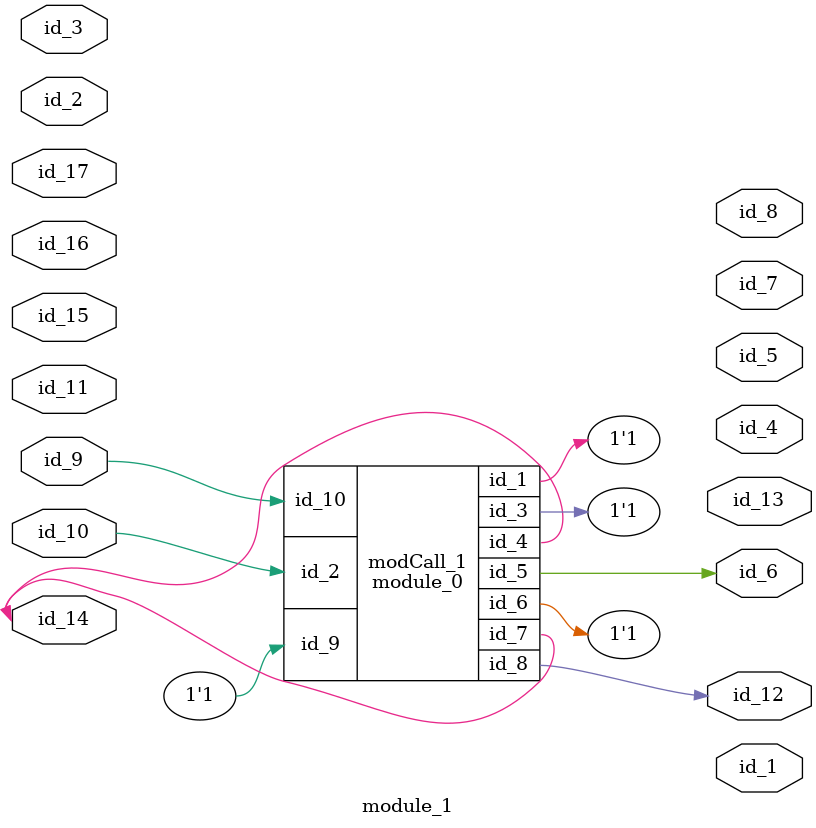
<source format=v>
module module_0 (
    id_1,
    id_2,
    id_3,
    id_4,
    id_5,
    id_6,
    id_7,
    id_8,
    id_9,
    id_10
);
  input wire id_10;
  input wire id_9;
  output wire id_8;
  inout wire id_7;
  inout wire id_6;
  output wire id_5;
  inout wire id_4;
  inout wire id_3;
  input wire id_2;
  output wire id_1;
  assign id_5 = id_6;
endmodule
module module_1 (
    id_1,
    id_2,
    id_3,
    id_4,
    id_5,
    id_6,
    id_7,
    id_8,
    id_9,
    id_10,
    id_11,
    id_12,
    id_13,
    id_14,
    id_15,
    id_16,
    id_17
);
  inout wire id_17;
  inout wire id_16;
  input wire id_15;
  inout wire id_14;
  output wire id_13;
  output wire id_12;
  inout wire id_11;
  input wire id_10;
  input wire id_9;
  output wire id_8;
  output wire id_7;
  output wire id_6;
  output wire id_5;
  output wire id_4;
  input wire id_3;
  input wire id_2;
  output wire id_1;
  wire id_18, id_19;
  localparam id_20 = -1;
  module_0 modCall_1 (
      id_20,
      id_10,
      id_20,
      id_14,
      id_6,
      id_20,
      id_14,
      id_12,
      id_20,
      id_9
  );
endmodule

</source>
